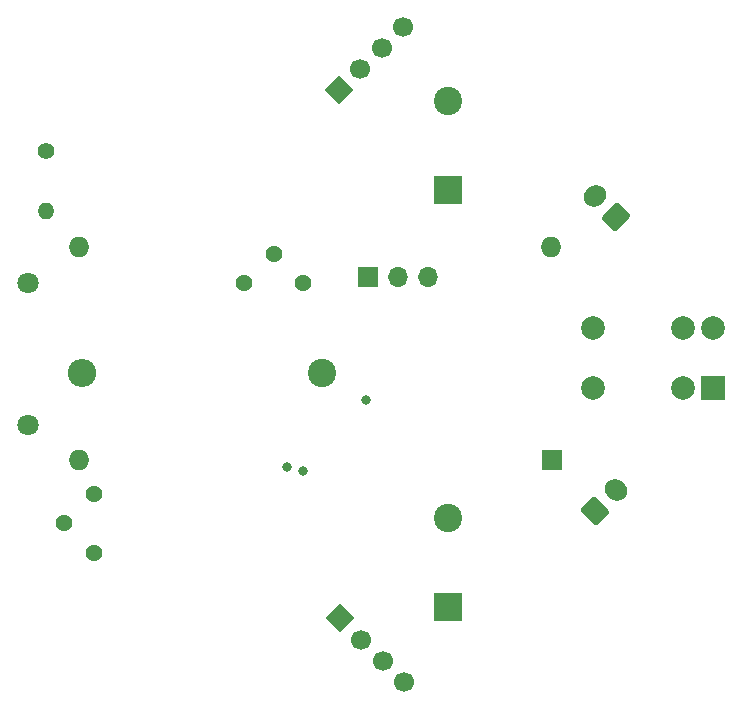
<source format=gbs>
G04 #@! TF.GenerationSoftware,KiCad,Pcbnew,(6.0.11)*
G04 #@! TF.CreationDate,2023-01-31T15:57:48+09:00*
G04 #@! TF.ProjectId,kick-drib-20230121,6b69636b-2d64-4726-9962-2d3230323330,V2.0*
G04 #@! TF.SameCoordinates,PX73bce80PY7ffbac0*
G04 #@! TF.FileFunction,Soldermask,Bot*
G04 #@! TF.FilePolarity,Negative*
%FSLAX46Y46*%
G04 Gerber Fmt 4.6, Leading zero omitted, Abs format (unit mm)*
G04 Created by KiCad (PCBNEW (6.0.11)) date 2023-01-31 15:57:48*
%MOMM*%
%LPD*%
G01*
G04 APERTURE LIST*
G04 Aperture macros list*
%AMRoundRect*
0 Rectangle with rounded corners*
0 $1 Rounding radius*
0 $2 $3 $4 $5 $6 $7 $8 $9 X,Y pos of 4 corners*
0 Add a 4 corners polygon primitive as box body*
4,1,4,$2,$3,$4,$5,$6,$7,$8,$9,$2,$3,0*
0 Add four circle primitives for the rounded corners*
1,1,$1+$1,$2,$3*
1,1,$1+$1,$4,$5*
1,1,$1+$1,$6,$7*
1,1,$1+$1,$8,$9*
0 Add four rect primitives between the rounded corners*
20,1,$1+$1,$2,$3,$4,$5,0*
20,1,$1+$1,$4,$5,$6,$7,0*
20,1,$1+$1,$6,$7,$8,$9,0*
20,1,$1+$1,$8,$9,$2,$3,0*%
%AMHorizOval*
0 Thick line with rounded ends*
0 $1 width*
0 $2 $3 position (X,Y) of the first rounded end (center of the circle)*
0 $4 $5 position (X,Y) of the second rounded end (center of the circle)*
0 Add line between two ends*
20,1,$1,$2,$3,$4,$5,0*
0 Add two circle primitives to create the rounded ends*
1,1,$1,$2,$3*
1,1,$1,$4,$5*%
%AMRotRect*
0 Rectangle, with rotation*
0 The origin of the aperture is its center*
0 $1 length*
0 $2 width*
0 $3 Rotation angle, in degrees counterclockwise*
0 Add horizontal line*
21,1,$1,$2,0,0,$3*%
G04 Aperture macros list end*
%ADD10RoundRect,0.250000X0.954594X0.106066X0.106066X0.954594X-0.954594X-0.106066X-0.106066X-0.954594X0*%
%ADD11HorizOval,1.700000X0.106066X0.106066X-0.106066X-0.106066X0*%
%ADD12RotRect,1.700000X1.700000X135.000000*%
%ADD13HorizOval,1.700000X0.000000X0.000000X0.000000X0.000000X0*%
%ADD14C,1.800000*%
%ADD15C,1.431000*%
%ADD16RoundRect,0.250000X0.106066X-0.954594X0.954594X-0.106066X-0.106066X0.954594X-0.954594X0.106066X0*%
%ADD17HorizOval,1.700000X-0.106066X0.106066X0.106066X-0.106066X0*%
%ADD18C,2.400000*%
%ADD19O,2.400000X2.400000*%
%ADD20RotRect,1.700000X1.700000X45.000000*%
%ADD21HorizOval,1.700000X0.000000X0.000000X0.000000X0.000000X0*%
%ADD22C,1.400000*%
%ADD23O,1.400000X1.400000*%
%ADD24R,2.400000X2.400000*%
%ADD25R,1.727200X1.727200*%
%ADD26O,1.727200X1.727200*%
%ADD27R,2.000000X2.000000*%
%ADD28C,2.000000*%
%ADD29R,1.700000X1.700000*%
%ADD30O,1.700000X1.700000*%
%ADD31C,0.800000*%
G04 APERTURE END LIST*
D10*
X58420000Y51308000D03*
D11*
X56652233Y53075767D03*
D12*
X35005000Y62045200D03*
D13*
X36801051Y63841251D03*
X38597102Y65637302D03*
X40393154Y67433354D03*
D14*
X8692000Y33732200D03*
X8692000Y45732200D03*
D15*
X14224000Y27900000D03*
X11684000Y25400000D03*
X14224000Y22900000D03*
X26964000Y45720000D03*
X29464000Y48220000D03*
X31964000Y45720000D03*
D16*
X56656900Y26411300D03*
D17*
X58424667Y28179067D03*
D18*
X33528000Y38100000D03*
D19*
X13208000Y38100000D03*
D20*
X35099900Y17324300D03*
D21*
X36895951Y15528249D03*
X38692002Y13732198D03*
X40488054Y11936146D03*
D22*
X10160000Y56896000D03*
D23*
X10160000Y51816000D03*
D24*
X44196000Y18288000D03*
D18*
X44196000Y25788000D03*
D25*
X53020000Y30732200D03*
D26*
X52980000Y48732200D03*
X13020000Y30732200D03*
X13020000Y48732200D03*
D27*
X66679500Y36833000D03*
D28*
X64139500Y36833000D03*
X56519500Y36833000D03*
X56519500Y41913000D03*
X64139500Y41913000D03*
X66679500Y41913000D03*
D24*
X44196000Y53594000D03*
D18*
X44196000Y61094000D03*
D29*
X37440000Y46232200D03*
D30*
X39980000Y46232200D03*
X42520000Y46232200D03*
D31*
X30620700Y30145200D03*
X37297500Y35803000D03*
X31958500Y29838500D03*
M02*

</source>
